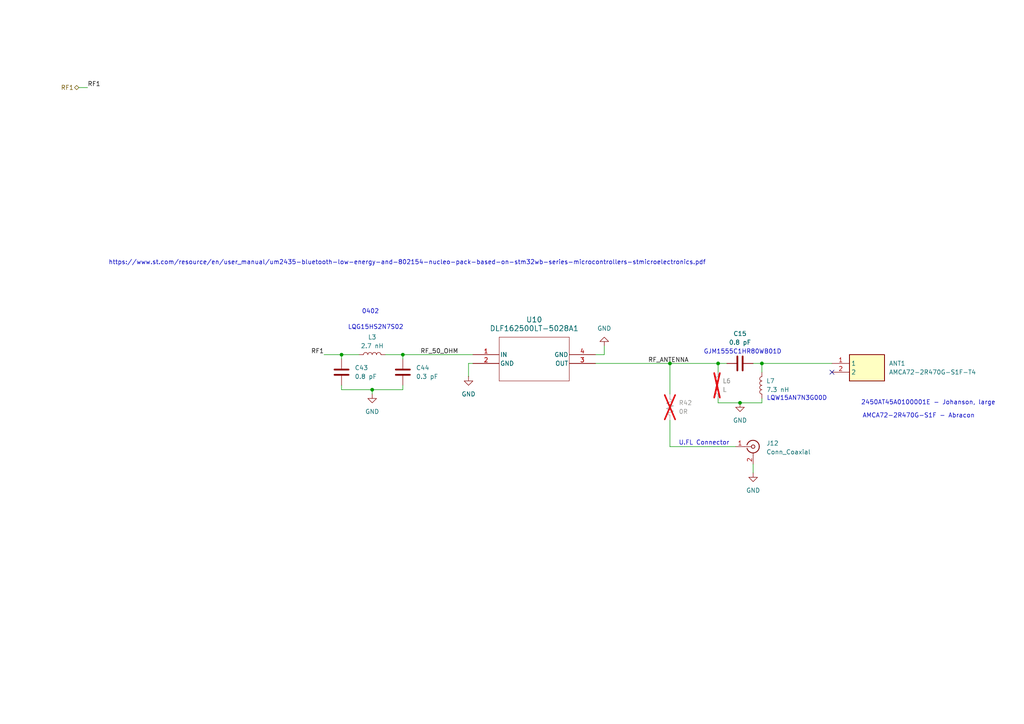
<source format=kicad_sch>
(kicad_sch (version 20231120) (generator "eeschema") (generator_version "8.0")
  (paper "A4")
  (lib_symbols
    (symbol "Connector:Conn_Coaxial" (pin_names (offset 1.016) hide)
      (property "Reference" "J" (at 0.254 3.048 0))
      (property "Value" "Conn_Coaxial" (at 2.921 0 90))
      (symbol "Conn_Coaxial_0_1"
        (arc (start -1.778 -0.508) (mid 0.2311 -1.8066) (end 1.778 0) (stroke (width 0.254)))
        (polyline (pts (xy -2.54 0) (xy -0.508 0)))
        (polyline (pts (xy 0 -2.54) (xy 0 -1.778)))
        (circle (center 0 0) (radius 0.508) (stroke (width 0.2032)))
        (arc (start 1.778 0) (mid 0.2099 1.8101) (end -1.778 0.508) (stroke (width 0.254)))
      )
      (symbol "Conn_Coaxial_1_1"
        (pin passive line (at -5.08 0 0) (length 2.54) (name "In") (number "1"))
        (pin passive line (at 0 -5.08 90) (length 2.54) (name "Ext") (number "2"))
      )
    )
    (symbol "Device:C" (pin_numbers hide) (pin_names (offset 0.254))
      (property "Reference" "C" (at 0.635 2.54 0))
      (property "Value" "C" (at 0.635 -2.54 0))
      (symbol "C_0_1"
        (polyline (pts (xy -2.032 -0.762) (xy 2.032 -0.762)) (stroke (width 0.508)))
        (polyline (pts (xy -2.032 0.762) (xy 2.032 0.762)) (stroke (width 0.508)))
      )
      (symbol "C_1_1"
        (pin passive line (at 0 3.81 270) (length 2.794) (name "~") (number "1"))
        (pin passive line (at 0 -3.81 90) (length 2.794) (name "~") (number "2"))
      )
    )
    (symbol "Device:L" (pin_numbers hide) (pin_names (offset 1.016) hide)
      (property "Reference" "L" (at -1.27 0 90))
      (property "Value" "L" (at 1.905 0 90))
      (symbol "L_0_1"
        (arc (start 0 -2.54) (mid 0.6323 -1.905) (end 0 -1.27))
        (arc (start 0 -1.27) (mid 0.6323 -0.635) (end 0 0))
        (arc (start 0 0) (mid 0.6323 0.635) (end 0 1.27))
        (arc (start 0 1.27) (mid 0.6323 1.905) (end 0 2.54))
      )
      (symbol "L_1_1"
        (pin passive line (at 0 3.81 270) (length 1.27) (name "1") (number "1"))
        (pin passive line (at 0 -3.81 90) (length 1.27) (name "2") (number "2"))
      )
    )
    (symbol "Device:R_US" (pin_numbers hide) (pin_names (offset 0))
      (property "Reference" "R" (at 2.54 0 90))
      (property "Value" "R_US" (at -2.54 0 90))
      (symbol "R_US_0_1"
        (polyline (pts (xy 0 -2.286) (xy 0 -2.54)))
        (polyline (pts (xy 0 2.286) (xy 0 2.54)))
        (polyline (pts (xy 0 -0.762) (xy 1.016 -1.143) (xy 0 -1.524) (xy -1.016 -1.905) (xy 0 -2.286)))
        (polyline (pts (xy 0 0.762) (xy 1.016 0.381) (xy 0 0) (xy -1.016 -0.381) (xy 0 -0.762)))
        (polyline (pts (xy 0 2.286) (xy 1.016 1.905) (xy 0 1.524) (xy -1.016 1.143) (xy 0 0.762)))
      )
      (symbol "R_US_1_1"
        (pin passive line (at 0 3.81 270) (length 1.27) (name "~") (number "1"))
        (pin passive line (at 0 -3.81 90) (length 1.27) (name "~") (number "2"))
      )
    )
    (symbol "jka_library:AMCA72-2R470G-S1F-T4"
      (property "Reference" "ANT" (at 5.08 7.366 0))
      (property "Value" "AMCA72-2R470G-S1F-T4" (at 5.08 4.826 0))
      (symbol "AMCA72-2R470G-S1F-T4_1_1"
        (rectangle (start 5.08 2.54) (end 15.24 -5.08) (stroke (width 0.254)) (fill (type background)))
        (pin passive line (at 0 0 0) (length 5.08) (name "1") (number "1"))
        (pin passive line (at 0 -2.54 0) (length 5.08) (name "2") (number "2"))
      )
    )
    (symbol "jka_library:DLF162500LT-5028A1" (pin_names (offset 0.254))
      (property "Reference" "U" (at 17.78 9.652 0))
      (property "Value" "DLF162500LT-5028A1" (at 17.272 6.858 0))
      (symbol "DLF162500LT-5028A1_0_1"
        (polyline (pts (xy 7.62 -7.62) (xy 27.94 -7.62)) (stroke (width 0.127)))
        (polyline (pts (xy 7.62 5.08) (xy 7.62 -7.62)) (stroke (width 0.127)))
        (polyline (pts (xy 27.94 -7.62) (xy 27.94 5.08)) (stroke (width 0.127)))
        (polyline (pts (xy 27.94 5.08) (xy 7.62 5.08)) (stroke (width 0.127)))
        (pin input line (at 0 0 0) (length 7.62) (name "IN") (number "1"))
        (pin power_in line (at 0 -2.54 0) (length 7.62) (name "GND") (number "2"))
        (pin output line (at 35.56 -2.54 180) (length 7.62) (name "OUT") (number "3"))
        (pin power_in line (at 35.56 0 180) (length 7.62) (name "GND") (number "4"))
      )
    )
    (symbol "power:GND" (power) (pin_numbers hide) (pin_names (offset 0) hide)
      (property "Value" "GND" (at 0 -3.81 0))
      (symbol "GND_0_1"
        (polyline (pts (xy 0 0) (xy 0 -1.27) (xy 1.27 -1.27) (xy 0 -2.54) (xy -1.27 -1.27) (xy 0 -1.27)))
      )
      (symbol "GND_1_1"
        (pin power_in line (at 0 0 270) (length 0) (name "~") (number "1"))
      )
    )
  )
  (junction (at 107.95 113.03))
  (junction (at 194.31 105.41))
  (junction (at 220.98 105.41))
  (junction (at 214.63 116.84))
  (junction (at 99.06 102.87))
  (junction (at 116.84 102.87))
  (junction (at 208.28 105.41))
  (no_connect (at 241.3 107.95))
  (wire (pts (xy 107.95 113.03) (xy 116.84 113.03)))
  (wire (pts (xy 107.95 113.03) (xy 107.95 114.3)))
  (wire (pts (xy 208.28 105.41) (xy 210.82 105.41)))
  (wire (pts (xy 208.28 115.57) (xy 208.28 116.84)))
  (wire (pts (xy 172.72 105.41) (xy 194.31 105.41)))
  (wire (pts (xy 220.98 105.41) (xy 241.3 105.41)))
  (wire (pts (xy 194.31 105.41) (xy 194.31 114.3)))
  (wire (pts (xy 218.44 105.41) (xy 220.98 105.41)))
  (wire (pts (xy 194.31 105.41) (xy 208.28 105.41)))
  (wire (pts (xy 135.89 105.41) (xy 135.89 109.22)))
  (wire (pts (xy 194.31 129.54) (xy 213.36 129.54)))
  (wire (pts (xy 220.98 116.84) (xy 220.98 115.57)))
  (wire (pts (xy 208.28 107.95) (xy 208.28 105.41)))
  (wire (pts (xy 137.16 105.41) (xy 135.89 105.41)))
  (wire (pts (xy 111.76 102.87) (xy 116.84 102.87)))
  (wire (pts (xy 214.63 116.84) (xy 220.98 116.84)))
  (wire (pts (xy 116.84 102.87) (xy 116.84 104.14)))
  (wire (pts (xy 93.98 102.87) (xy 99.06 102.87)))
  (wire (pts (xy 22.86 25.4) (xy 25.4 25.4)))
  (wire (pts (xy 208.28 116.84) (xy 214.63 116.84)))
  (wire (pts (xy 99.06 111.76) (xy 99.06 113.03)))
  (wire (pts (xy 116.84 102.87) (xy 137.16 102.87)))
  (wire (pts (xy 220.98 105.41) (xy 220.98 107.95)))
  (wire (pts (xy 218.44 137.16) (xy 218.44 134.62)))
  (wire (pts (xy 175.26 100.33) (xy 175.26 102.87)))
  (wire (pts (xy 99.06 102.87) (xy 104.14 102.87)))
  (wire (pts (xy 116.84 113.03) (xy 116.84 111.76)))
  (wire (pts (xy 99.06 104.14) (xy 99.06 102.87)))
  (wire (pts (xy 172.72 102.87) (xy 175.26 102.87)))
  (wire (pts (xy 99.06 113.03) (xy 107.95 113.03)))
  (wire (pts (xy 194.31 121.92) (xy 194.31 129.54)))
  (text "U.FL Connector" (at 204.216 128.524 0) (effects (font (size 1.27 1.27))))
  (text "https://www.st.com/resource/en/user_manual/um2435-bluetooth-low-energy-and-802154-nucleo-pack-based-on-stm32wb-series-microcontrollers-stmicroelectronics.pdf" (at 118.11 76.2 0) (effects (font (size 1.27 1.27))))
  (text "2450AT45A0100001E - Johanson, large" (at 269.24 116.84 0) (effects (font (size 1.27 1.27))))
  (text "AMCA72-2R470G-S1F - Abracon" (at 266.446 120.65 0) (effects (font (size 1.27 1.27))))
  (text "0402" (at 107.442 90.424 0) (effects (font (size 1.27 1.27))))
  (text "GJM1555C1HR80WB01D" (at 215.392 102.108 0) (effects (font (size 1.27 1.27))))
  (text "LQW15AN7N3G00D" (at 231.14 115.57 0) (effects (font (size 1.27 1.27))))
  (text "LQG15HS2N7S02" (at 108.966 94.996 0) (effects (font (size 1.27 1.27))))
  (label "RF_50_OHM" (at 121.92 102.87 0))
  (label "RF1" (at 93.98 102.87 180))
  (label "RF_ANTENNA" (at 187.96 105.41 0))
  (label "RF1" (at 25.4 25.4 0))
  (hierarchical_label "RF1" (shape bidirectional) (at 22.86 25.4 180))
  (symbol (lib_id "power:GND") (at 135.89 109.22 0) (unit 1)
    (property "Reference" "#PWR081" (effects (hide yes)))
    (property "Value" "GND" (at 135.89 114.3 0))
    (property "Description" "Power symbol creates a global label with name \"GND\" , ground" (effects (hide yes)))
  )
  (symbol (lib_id "Device:C") (at 99.06 107.95 0) (unit 1)
    (property "Reference" "C43" (at 102.87 106.6799 0) (effects (justify left)))
    (property "Value" "0.8 pF" (at 102.87 109.2199 0) (effects (justify left)))
    (property "Footprint" "Capacitor_SMD:C_0402_1005Metric" (effects (hide yes)))
    (property "Description" "Unpolarized capacitor" (effects (hide yes)))
  )
  (symbol (lib_id "Device:L") (at 107.95 102.87 90) (unit 1)
    (property "Reference" "L3" (at 107.95 97.79 90))
    (property "Value" "2.7 nH" (at 107.95 100.33 90))
    (property "Footprint" "Inductor_SMD:L_0402_1005Metric" (effects (hide yes)))
    (property "Description" "Inductor" (effects (hide yes)))
  )
  (symbol (lib_id "power:GND") (at 175.26 100.33 180) (unit 1)
    (property "Reference" "#PWR082" (effects (hide yes)))
    (property "Value" "GND" (at 175.26 95.25 0))
    (property "Description" "Power symbol creates a global label with name \"GND\" , ground" (effects (hide yes)))
  )
  (symbol (lib_id "power:GND") (at 214.63 116.84 0) (unit 1)
    (property "Reference" "#PWR036" (effects (hide yes)))
    (property "Value" "GND" (at 214.63 121.92 0))
    (property "Description" "Power symbol creates a global label with name \"GND\" , ground" (effects (hide yes)))
  )
  (symbol (lib_id "Device:L") (at 208.28 111.76 180) (unit 1) (dnp yes)
    (property "Reference" "L6" (at 209.55 110.4899 0) (effects (justify right)))
    (property "Value" "L" (at 209.55 113.0299 0) (effects (justify right)))
    (property "Footprint" "Capacitor_SMD:C_0402_1005Metric" (effects (hide yes)))
    (property "Description" "Inductor" (effects (hide yes)))
  )
  (symbol (lib_id "jka_library:AMCA72-2R470G-S1F-T4") (at 241.3 105.41 0) (unit 1)
    (property "Reference" "ANT1" (at 257.81 105.4099 0) (effects (justify left)))
    (property "Value" "AMCA72-2R470G-S1F-T4" (at 257.81 107.9499 0) (effects (justify left)))
    (property "Footprint" "jka_library:AMCA722R470GS1FT4" (effects (hide yes)))
    (property "Datasheet" "https://abracon.com/chip-antenna/AMCA72-2R470G-S1F-T.pdf" (effects (hide yes)))
    (property "Description" "Antenna Chip 1dBi Gain 2-Pin SMD T/R" (effects (hide yes)))
    (property "Height" "1.2" (effects (hide yes)))
    (property "Manufacturer_Name" "ABRACON" (effects (hide yes)))
    (property "Manufacturer_Part_Number" "AMCA72-2R470G-S1F-T4" (effects (hide yes)))
    (property "Mouser Part Number" "815-CA722R470GS1FT4" (effects (hide yes)))
    (property "Mouser Price/Stock" "https://www.mouser.co.uk/ProductDetail/ABRACON/AMCA72-2R470G-S1F-T4?qs=AAveGqk956HomprAQPZhxg%3D%3D" (effects (hide yes)))
    (property "Arrow Part Number" "AMCA72-2R470G-S1F-T4" (effects (hide yes)))
    (property "Arrow Price/Stock" "null?region=nac" (effects (hide yes)))
  )
  (symbol (lib_id "Device:C") (at 214.63 105.41 90) (unit 1)
    (property "Reference" "C15" (at 214.63 96.774 90))
    (property "Value" "0.8 pF" (at 214.63 99.314 90))
    (property "Footprint" "Capacitor_SMD:C_0402_1005Metric" (effects (hide yes)))
    (property "Description" "Unpolarized capacitor" (effects (hide yes)))
  )
  (symbol (lib_id "Connector:Conn_Coaxial") (at 218.44 129.54 0) (unit 1)
    (property "Reference" "J12" (at 222.25 128.5631 0) (effects (justify left)))
    (property "Value" "Conn_Coaxial" (at 222.25 131.1031 0) (effects (justify left)))
    (property "Footprint" "Connector_Coaxial:U.FL_Molex_MCRF_73412-0110_Vertical" (effects (hide yes)))
    (property "Datasheet" " ~" (effects (hide yes)))
    (property "Description" "coaxial connector (BNC, SMA, SMB, SMC, Cinch/RCA, LEMO, ...)" (effects (hide yes)))
  )
  (symbol (lib_id "Device:C") (at 116.84 107.95 0) (unit 1)
    (property "Reference" "C44" (at 120.65 106.6799 0) (effects (justify left)))
    (property "Value" "0.3 pF" (at 120.65 109.2199 0) (effects (justify left)))
    (property "Footprint" "Capacitor_SMD:C_0402_1005Metric" (effects (hide yes)))
    (property "Description" "Unpolarized capacitor" (effects (hide yes)))
  )
  (symbol (lib_id "Device:R_US") (at 194.31 118.11 0) (unit 1) (dnp yes)
    (property "Reference" "R42" (at 196.85 116.8399 0) (effects (justify left)))
    (property "Value" "0R" (at 196.85 119.3799 0) (effects (justify left)))
    (property "Footprint" "Resistor_SMD:R_0402_1005Metric" (effects (hide yes)))
    (property "Description" "Resistor, US symbol" (effects (hide yes)))
  )
  (symbol (lib_id "jka_library:DLF162500LT-5028A1") (at 137.16 102.87 0) (unit 1)
    (property "Reference" "U10" (at 154.94 92.71 0) (effects (font (size 1.524 1.524))))
    (property "Value" "DLF162500LT-5028A1" (at 154.94 95.25 0) (effects (font (size 1.524 1.524))))
    (property "Footprint" "jka_library:DLF-4_1P6X0P8" (effects (hide yes)))
    (property "Datasheet" "DLF162500LT-5028A1" (effects (hide yes)))
    (property "Description" "A 2.45 GHz low pass RF filter in 0603 package" (effects (hide yes)))
  )
  (symbol (lib_id "Device:L") (at 220.98 111.76 180) (unit 1)
    (property "Reference" "L7" (at 222.25 110.4899 0) (effects (justify right)))
    (property "Value" "7.3 nH" (at 222.25 113.0299 0) (effects (justify right)))
    (property "Footprint" "Inductor_SMD:L_0402_1005Metric" (effects (hide yes)))
    (property "Description" "Inductor" (effects (hide yes)))
  )
  (symbol (lib_id "power:GND") (at 218.44 137.16 0) (unit 1)
    (property "Reference" "#PWR035" (effects (hide yes)))
    (property "Value" "GND" (at 218.44 142.24 0))
    (property "Description" "Power symbol creates a global label with name \"GND\" , ground" (effects (hide yes)))
  )
  (symbol (lib_id "power:GND") (at 107.95 114.3 0) (unit 1)
    (property "Reference" "#PWR080" (effects (hide yes)))
    (property "Value" "GND" (at 107.95 119.38 0))
    (property "Description" "Power symbol creates a global label with name \"GND\" , ground" (effects (hide yes)))
  )
)
</source>
